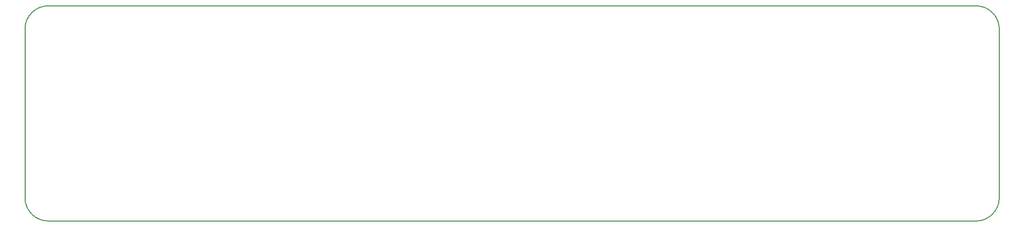
<source format=gbr>
%TF.GenerationSoftware,KiCad,Pcbnew,(5.0.1)-4*%
%TF.CreationDate,2019-04-12T07:50:59+02:00*%
%TF.ProjectId,nixie,6E697869652E6B696361645F70636200,rev?*%
%TF.SameCoordinates,Original*%
%TF.FileFunction,Profile,NP*%
%FSLAX46Y46*%
G04 Gerber Fmt 4.6, Leading zero omitted, Abs format (unit mm)*
G04 Created by KiCad (PCBNEW (5.0.1)-4) date 12/04/2019 7:50:59*
%MOMM*%
%LPD*%
G01*
G04 APERTURE LIST*
%ADD10C,0.200000*%
G04 APERTURE END LIST*
D10*
X71251000Y-120249000D02*
G75*
G02X67251000Y-116249000I0J4000000D01*
G01*
X71251000Y-120249000D02*
X230251000Y-120249000D01*
X234251000Y-87249000D02*
X234251000Y-116249000D01*
X67251000Y-87249000D02*
G75*
G02X71251000Y-83249000I4000000J0D01*
G01*
X234251000Y-116249000D02*
G75*
G02X230251000Y-120249000I-4000000J0D01*
G01*
X67251000Y-87249000D02*
X67251000Y-116249000D01*
X71251000Y-83249000D02*
X230251000Y-83249000D01*
X230251000Y-83249000D02*
G75*
G02X234251000Y-87249000I0J-4000000D01*
G01*
M02*

</source>
